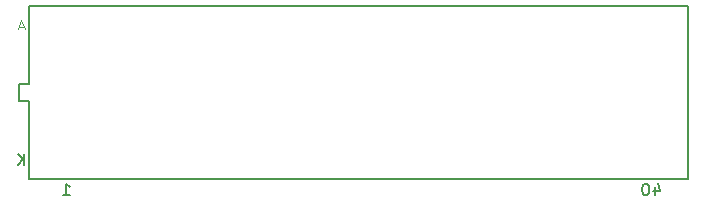
<source format=gbo>
G04 #@! TF.FileFunction,Legend,Bot*
%FSLAX46Y46*%
G04 Gerber Fmt 4.6, Leading zero omitted, Abs format (unit mm)*
G04 Created by KiCad (PCBNEW 4.0.4-stable) date Mon Nov 14 15:58:05 2016*
%MOMM*%
%LPD*%
G01*
G04 APERTURE LIST*
%ADD10C,0.100000*%
%ADD11C,0.150000*%
G04 APERTURE END LIST*
D10*
D11*
X226560000Y-85240000D02*
X226560000Y-86740000D01*
X226560000Y-78640000D02*
X226560000Y-85240000D01*
X226560000Y-86740000D02*
X226560000Y-93340000D01*
X226560000Y-93340000D02*
X170760000Y-93340000D01*
X170760000Y-93340000D02*
X170760000Y-86740000D01*
X170760000Y-86740000D02*
X169860000Y-86740000D01*
X169860000Y-86740000D02*
X169860000Y-85240000D01*
X169860000Y-85240000D02*
X170760000Y-85240000D01*
X170760000Y-85240000D02*
X170760000Y-78640000D01*
X170760000Y-78640000D02*
X226560000Y-78640000D01*
X223710714Y-94030714D02*
X223710714Y-94697381D01*
X223948810Y-93649762D02*
X224186905Y-94364048D01*
X223567857Y-94364048D01*
X222996429Y-93697381D02*
X222901190Y-93697381D01*
X222805952Y-93745000D01*
X222758333Y-93792619D01*
X222710714Y-93887857D01*
X222663095Y-94078333D01*
X222663095Y-94316429D01*
X222710714Y-94506905D01*
X222758333Y-94602143D01*
X222805952Y-94649762D01*
X222901190Y-94697381D01*
X222996429Y-94697381D01*
X223091667Y-94649762D01*
X223139286Y-94602143D01*
X223186905Y-94506905D01*
X223234524Y-94316429D01*
X223234524Y-94078333D01*
X223186905Y-93887857D01*
X223139286Y-93792619D01*
X223091667Y-93745000D01*
X222996429Y-93697381D01*
X173609285Y-94697381D02*
X174180714Y-94697381D01*
X173895000Y-94697381D02*
X173895000Y-93697381D01*
X173990238Y-93840238D01*
X174085476Y-93935476D01*
X174180714Y-93983095D01*
X170346905Y-92157381D02*
X170346905Y-91157381D01*
X169775476Y-92157381D02*
X170204048Y-91585952D01*
X169775476Y-91157381D02*
X170346905Y-91728810D01*
D10*
X170275476Y-80408333D02*
X169894524Y-80408333D01*
X170351667Y-80636905D02*
X170085000Y-79836905D01*
X169818333Y-80636905D01*
M02*

</source>
